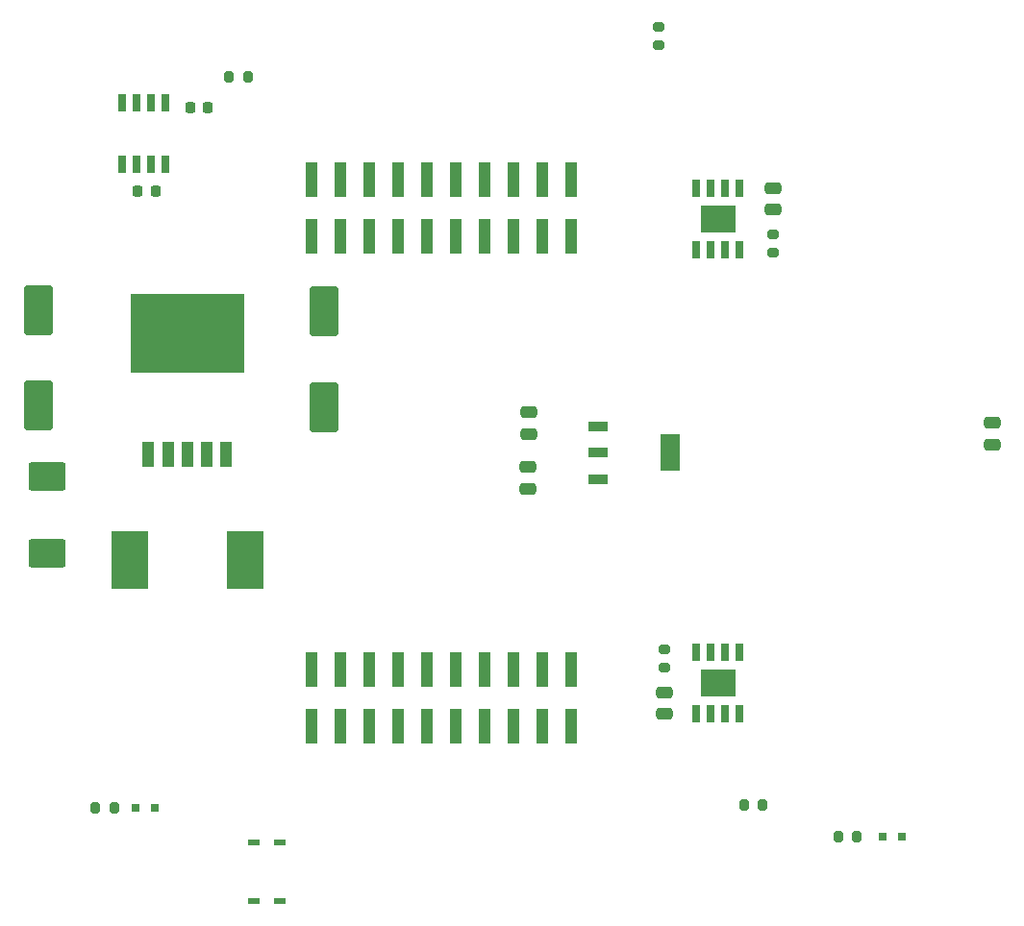
<source format=gtp>
G04 #@! TF.GenerationSoftware,KiCad,Pcbnew,9.0.5*
G04 #@! TF.CreationDate,2025-12-23T11:29:20-06:00*
G04 #@! TF.ProjectId,MotorBoard,4d6f746f-7242-46f6-9172-642e6b696361,v7*
G04 #@! TF.SameCoordinates,Original*
G04 #@! TF.FileFunction,Paste,Top*
G04 #@! TF.FilePolarity,Positive*
%FSLAX46Y46*%
G04 Gerber Fmt 4.6, Leading zero omitted, Abs format (unit mm)*
G04 Created by KiCad (PCBNEW 9.0.5) date 2025-12-23 11:29:20*
%MOMM*%
%LPD*%
G01*
G04 APERTURE LIST*
G04 Aperture macros list*
%AMRoundRect*
0 Rectangle with rounded corners*
0 $1 Rounding radius*
0 $2 $3 $4 $5 $6 $7 $8 $9 X,Y pos of 4 corners*
0 Add a 4 corners polygon primitive as box body*
4,1,4,$2,$3,$4,$5,$6,$7,$8,$9,$2,$3,0*
0 Add four circle primitives for the rounded corners*
1,1,$1+$1,$2,$3*
1,1,$1+$1,$4,$5*
1,1,$1+$1,$6,$7*
1,1,$1+$1,$8,$9*
0 Add four rect primitives between the rounded corners*
20,1,$1+$1,$2,$3,$4,$5,0*
20,1,$1+$1,$4,$5,$6,$7,0*
20,1,$1+$1,$6,$7,$8,$9,0*
20,1,$1+$1,$8,$9,$2,$3,0*%
G04 Aperture macros list end*
%ADD10RoundRect,0.250000X-0.475000X0.250000X-0.475000X-0.250000X0.475000X-0.250000X0.475000X0.250000X0*%
%ADD11RoundRect,0.200000X-0.275000X0.200000X-0.275000X-0.200000X0.275000X-0.200000X0.275000X0.200000X0*%
%ADD12RoundRect,0.225000X0.225000X0.250000X-0.225000X0.250000X-0.225000X-0.250000X0.225000X-0.250000X0*%
%ADD13RoundRect,0.225000X-0.225000X-0.250000X0.225000X-0.250000X0.225000X0.250000X-0.225000X0.250000X0*%
%ADD14R,1.750000X0.950000*%
%ADD15R,1.750000X3.200000*%
%ADD16RoundRect,0.200000X-0.200000X-0.275000X0.200000X-0.275000X0.200000X0.275000X-0.200000X0.275000X0*%
%ADD17RoundRect,0.250000X0.475000X-0.250000X0.475000X0.250000X-0.475000X0.250000X-0.475000X-0.250000X0*%
%ADD18RoundRect,0.250000X1.000000X-1.950000X1.000000X1.950000X-1.000000X1.950000X-1.000000X-1.950000X0*%
%ADD19R,1.050000X0.500000*%
%ADD20R,3.200000X5.100000*%
%ADD21R,1.000000X3.150000*%
%ADD22R,0.650000X1.525000*%
%ADD23R,3.100000X2.400000*%
%ADD24RoundRect,0.200000X0.275000X-0.200000X0.275000X0.200000X-0.275000X0.200000X-0.275000X-0.200000X0*%
%ADD25R,0.650000X1.528000*%
%ADD26R,0.800000X0.800000*%
%ADD27R,1.020000X2.160000*%
%ADD28R,10.000000X6.990000*%
%ADD29RoundRect,0.250000X1.400000X1.000000X-1.400000X1.000000X-1.400000X-1.000000X1.400000X-1.000000X0*%
G04 APERTURE END LIST*
D10*
X100457000Y-72616000D03*
X100457000Y-74516000D03*
D11*
X111887000Y-38609000D03*
X111887000Y-40259000D03*
D12*
X67577000Y-53086000D03*
X66027000Y-53086000D03*
D13*
X70612000Y-45720000D03*
X72162000Y-45720000D03*
D14*
X106553000Y-73886000D03*
X106553000Y-76186000D03*
X106553000Y-78486000D03*
D15*
X112853000Y-76186000D03*
D16*
X119381000Y-107188000D03*
X121031000Y-107188000D03*
X62294000Y-107442000D03*
X63944000Y-107442000D03*
D17*
X112395000Y-99182000D03*
X112395000Y-97282000D03*
D18*
X82423000Y-72136000D03*
X82423000Y-63736000D03*
D11*
X112395000Y-93472000D03*
X112395000Y-95122000D03*
D19*
X78481000Y-115697000D03*
X76205000Y-115697000D03*
D20*
X65338000Y-85598000D03*
X75438000Y-85598000D03*
D17*
X100330000Y-79342000D03*
X100330000Y-77442000D03*
D21*
X81280000Y-100300000D03*
X81280000Y-95250000D03*
X83820000Y-100300000D03*
X83820000Y-95250000D03*
X86360000Y-100300000D03*
X86360000Y-95250000D03*
X88900000Y-100300000D03*
X88900000Y-95250000D03*
X91440000Y-100300000D03*
X91440000Y-95250000D03*
X93980000Y-100300000D03*
X93980000Y-95250000D03*
X96520000Y-100300000D03*
X96520000Y-95250000D03*
X99060000Y-100300000D03*
X99060000Y-95250000D03*
X101600000Y-100300000D03*
X101600000Y-95250000D03*
X104140000Y-100300000D03*
X104140000Y-95250000D03*
D16*
X74042000Y-43053000D03*
X75692000Y-43053000D03*
D22*
X118999000Y-93726000D03*
X117729000Y-93726000D03*
X116459000Y-93726000D03*
X115189000Y-93726000D03*
X115189000Y-99150000D03*
X116459000Y-99150000D03*
X117729000Y-99150000D03*
X118999000Y-99150000D03*
D23*
X117094000Y-96438000D03*
D24*
X121920000Y-58546000D03*
X121920000Y-56896000D03*
D25*
X64643000Y-50761000D03*
X65913000Y-50761000D03*
X67183000Y-50761000D03*
X68453000Y-50761000D03*
X68453000Y-45339000D03*
X67183000Y-45339000D03*
X65913000Y-45339000D03*
X64643000Y-45339000D03*
D16*
X127700000Y-109982000D03*
X129350000Y-109982000D03*
D21*
X81280000Y-57120000D03*
X81280000Y-52070000D03*
X83820000Y-57120000D03*
X83820000Y-52070000D03*
X86360000Y-57120000D03*
X86360000Y-52070000D03*
X88900000Y-57120000D03*
X88900000Y-52070000D03*
X91440000Y-57120000D03*
X91440000Y-52070000D03*
X93980000Y-57120000D03*
X93980000Y-52070000D03*
X96520000Y-57120000D03*
X96520000Y-52070000D03*
X99060000Y-57120000D03*
X99060000Y-52070000D03*
X101600000Y-57120000D03*
X101600000Y-52070000D03*
X104140000Y-57120000D03*
X104140000Y-52070000D03*
D22*
X115189000Y-58293000D03*
X116459000Y-58293000D03*
X117729000Y-58293000D03*
X118999000Y-58293000D03*
X118999000Y-52869000D03*
X117729000Y-52869000D03*
X116459000Y-52869000D03*
X115189000Y-52869000D03*
D23*
X117094000Y-55581000D03*
D26*
X67500000Y-107442000D03*
X65850000Y-107442000D03*
D19*
X78481000Y-110490000D03*
X76205000Y-110490000D03*
D17*
X141224000Y-75433000D03*
X141224000Y-73533000D03*
D10*
X121920000Y-52837000D03*
X121920000Y-54737000D03*
D27*
X66958000Y-76285000D03*
X68658000Y-76285000D03*
X70358000Y-76285000D03*
X72058000Y-76285000D03*
X73758000Y-76285000D03*
D28*
X70358000Y-65610000D03*
D18*
X57277000Y-72027000D03*
X57277000Y-63627000D03*
D29*
X58039000Y-85032000D03*
X58039000Y-78232000D03*
D26*
X133286000Y-109982000D03*
X131636000Y-109982000D03*
M02*

</source>
